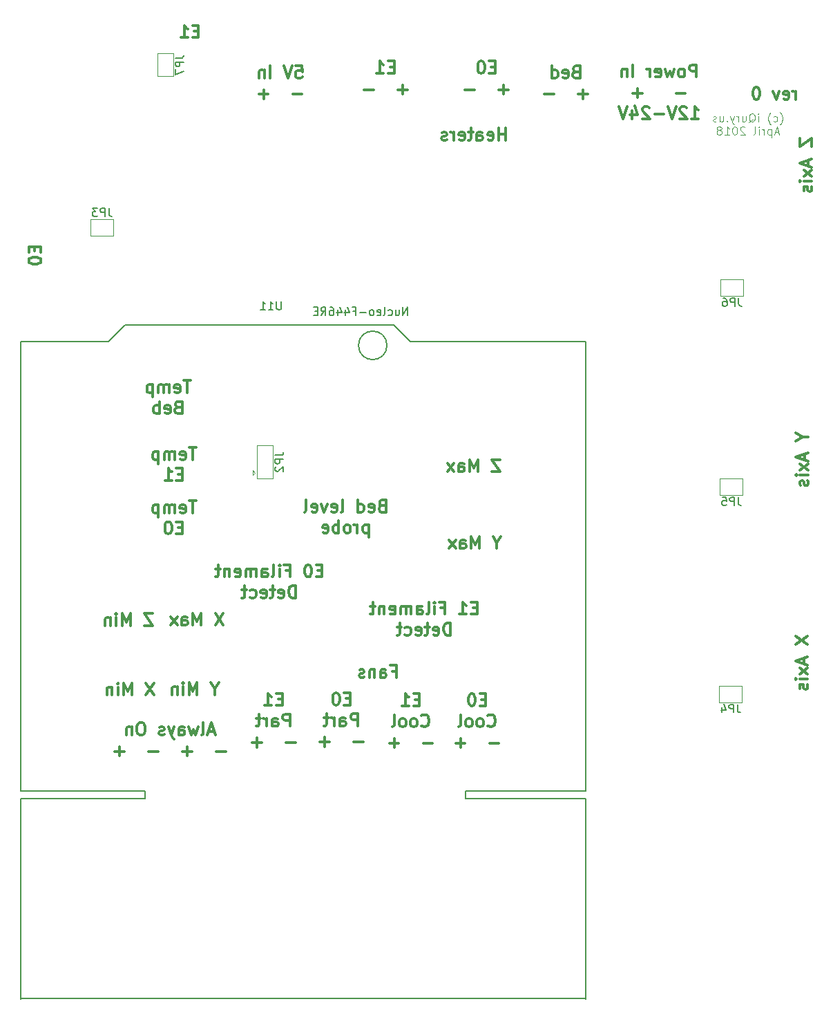
<source format=gbo>
%TF.GenerationSoftware,KiCad,Pcbnew,5.0.0-rc2-dev-unknown-bf135b0~64~ubuntu18.04.1*%
%TF.CreationDate,2018-05-03T23:22:02-07:00*%
%TF.ProjectId,PrntrBoardV1,50726E7472426F61726456312E6B6963,rev?*%
%TF.SameCoordinates,Original*%
%TF.FileFunction,Legend,Bot*%
%TF.FilePolarity,Positive*%
%FSLAX46Y46*%
G04 Gerber Fmt 4.6, Leading zero omitted, Abs format (unit mm)*
G04 Created by KiCad (PCBNEW 5.0.0-rc2-dev-unknown-bf135b0~64~ubuntu18.04.1) date Thu May  3 23:22:02 2018*
%MOMM*%
%LPD*%
G01*
G04 APERTURE LIST*
%ADD10C,0.150000*%
%ADD11C,0.300000*%
%ADD12C,0.100000*%
%ADD13C,0.120000*%
G04 APERTURE END LIST*
D10*
X67841095Y-57221380D02*
X67841095Y-56221380D01*
X67269666Y-57221380D01*
X67269666Y-56221380D01*
X66364904Y-56554714D02*
X66364904Y-57221380D01*
X66793476Y-56554714D02*
X66793476Y-57078523D01*
X66745857Y-57173761D01*
X66650619Y-57221380D01*
X66507761Y-57221380D01*
X66412523Y-57173761D01*
X66364904Y-57126142D01*
X65460142Y-57173761D02*
X65555380Y-57221380D01*
X65745857Y-57221380D01*
X65841095Y-57173761D01*
X65888714Y-57126142D01*
X65936333Y-57030904D01*
X65936333Y-56745190D01*
X65888714Y-56649952D01*
X65841095Y-56602333D01*
X65745857Y-56554714D01*
X65555380Y-56554714D01*
X65460142Y-56602333D01*
X64888714Y-57221380D02*
X64983952Y-57173761D01*
X65031571Y-57078523D01*
X65031571Y-56221380D01*
X64126809Y-57173761D02*
X64222047Y-57221380D01*
X64412523Y-57221380D01*
X64507761Y-57173761D01*
X64555380Y-57078523D01*
X64555380Y-56697571D01*
X64507761Y-56602333D01*
X64412523Y-56554714D01*
X64222047Y-56554714D01*
X64126809Y-56602333D01*
X64079190Y-56697571D01*
X64079190Y-56792809D01*
X64555380Y-56888047D01*
X63507761Y-57221380D02*
X63603000Y-57173761D01*
X63650619Y-57126142D01*
X63698238Y-57030904D01*
X63698238Y-56745190D01*
X63650619Y-56649952D01*
X63603000Y-56602333D01*
X63507761Y-56554714D01*
X63364904Y-56554714D01*
X63269666Y-56602333D01*
X63222047Y-56649952D01*
X63174428Y-56745190D01*
X63174428Y-57030904D01*
X63222047Y-57126142D01*
X63269666Y-57173761D01*
X63364904Y-57221380D01*
X63507761Y-57221380D01*
X62745857Y-56840428D02*
X61983952Y-56840428D01*
X61174428Y-56697571D02*
X61507761Y-56697571D01*
X61507761Y-57221380D02*
X61507761Y-56221380D01*
X61031571Y-56221380D01*
X60222047Y-56554714D02*
X60222047Y-57221380D01*
X60460142Y-56173761D02*
X60698238Y-56888047D01*
X60079190Y-56888047D01*
X59269666Y-56554714D02*
X59269666Y-57221380D01*
X59507761Y-56173761D02*
X59745857Y-56888047D01*
X59126809Y-56888047D01*
X58317285Y-56221380D02*
X58507761Y-56221380D01*
X58603000Y-56269000D01*
X58650619Y-56316619D01*
X58745857Y-56459476D01*
X58793476Y-56649952D01*
X58793476Y-57030904D01*
X58745857Y-57126142D01*
X58698238Y-57173761D01*
X58603000Y-57221380D01*
X58412523Y-57221380D01*
X58317285Y-57173761D01*
X58269666Y-57126142D01*
X58222047Y-57030904D01*
X58222047Y-56792809D01*
X58269666Y-56697571D01*
X58317285Y-56649952D01*
X58412523Y-56602333D01*
X58603000Y-56602333D01*
X58698238Y-56649952D01*
X58745857Y-56697571D01*
X58793476Y-56792809D01*
X57222047Y-57221380D02*
X57555380Y-56745190D01*
X57793476Y-57221380D02*
X57793476Y-56221380D01*
X57412523Y-56221380D01*
X57317285Y-56269000D01*
X57269666Y-56316619D01*
X57222047Y-56411857D01*
X57222047Y-56554714D01*
X57269666Y-56649952D01*
X57317285Y-56697571D01*
X57412523Y-56745190D01*
X57793476Y-56745190D01*
X56793476Y-56697571D02*
X56460142Y-56697571D01*
X56317285Y-57221380D02*
X56793476Y-57221380D01*
X56793476Y-56221380D01*
X56317285Y-56221380D01*
D11*
X115446642Y-30777571D02*
X115446642Y-29777571D01*
X115446642Y-30063285D02*
X115375214Y-29920428D01*
X115303785Y-29849000D01*
X115160928Y-29777571D01*
X115018071Y-29777571D01*
X113946642Y-30706142D02*
X114089500Y-30777571D01*
X114375214Y-30777571D01*
X114518071Y-30706142D01*
X114589500Y-30563285D01*
X114589500Y-29991857D01*
X114518071Y-29849000D01*
X114375214Y-29777571D01*
X114089500Y-29777571D01*
X113946642Y-29849000D01*
X113875214Y-29991857D01*
X113875214Y-30134714D01*
X114589500Y-30277571D01*
X113375214Y-29777571D02*
X113018071Y-30777571D01*
X112660928Y-29777571D01*
X110660928Y-29277571D02*
X110518071Y-29277571D01*
X110375214Y-29349000D01*
X110303785Y-29420428D01*
X110232357Y-29563285D01*
X110160928Y-29849000D01*
X110160928Y-30206142D01*
X110232357Y-30491857D01*
X110303785Y-30634714D01*
X110375214Y-30706142D01*
X110518071Y-30777571D01*
X110660928Y-30777571D01*
X110803785Y-30706142D01*
X110875214Y-30634714D01*
X110946642Y-30491857D01*
X111018071Y-30206142D01*
X111018071Y-29849000D01*
X110946642Y-29563285D01*
X110875214Y-29420428D01*
X110803785Y-29349000D01*
X110660928Y-29277571D01*
D12*
X113489880Y-33878833D02*
X113537500Y-33831214D01*
X113632738Y-33688357D01*
X113680357Y-33593119D01*
X113727976Y-33450261D01*
X113775595Y-33212166D01*
X113775595Y-33021690D01*
X113727976Y-32783595D01*
X113680357Y-32640738D01*
X113632738Y-32545500D01*
X113537500Y-32402642D01*
X113489880Y-32355023D01*
X112680357Y-33450261D02*
X112775595Y-33497880D01*
X112966071Y-33497880D01*
X113061309Y-33450261D01*
X113108928Y-33402642D01*
X113156547Y-33307404D01*
X113156547Y-33021690D01*
X113108928Y-32926452D01*
X113061309Y-32878833D01*
X112966071Y-32831214D01*
X112775595Y-32831214D01*
X112680357Y-32878833D01*
X112347023Y-33878833D02*
X112299404Y-33831214D01*
X112204166Y-33688357D01*
X112156547Y-33593119D01*
X112108928Y-33450261D01*
X112061309Y-33212166D01*
X112061309Y-33021690D01*
X112108928Y-32783595D01*
X112156547Y-32640738D01*
X112204166Y-32545500D01*
X112299404Y-32402642D01*
X112347023Y-32355023D01*
X110823214Y-33497880D02*
X110823214Y-32831214D01*
X110823214Y-32497880D02*
X110870833Y-32545500D01*
X110823214Y-32593119D01*
X110775595Y-32545500D01*
X110823214Y-32497880D01*
X110823214Y-32593119D01*
X109680357Y-33593119D02*
X109775595Y-33545500D01*
X109870833Y-33450261D01*
X110013690Y-33307404D01*
X110108928Y-33259785D01*
X110204166Y-33259785D01*
X110156547Y-33497880D02*
X110251785Y-33450261D01*
X110347023Y-33355023D01*
X110394642Y-33164547D01*
X110394642Y-32831214D01*
X110347023Y-32640738D01*
X110251785Y-32545500D01*
X110156547Y-32497880D01*
X109966071Y-32497880D01*
X109870833Y-32545500D01*
X109775595Y-32640738D01*
X109727976Y-32831214D01*
X109727976Y-33164547D01*
X109775595Y-33355023D01*
X109870833Y-33450261D01*
X109966071Y-33497880D01*
X110156547Y-33497880D01*
X108870833Y-32831214D02*
X108870833Y-33497880D01*
X109299404Y-32831214D02*
X109299404Y-33355023D01*
X109251785Y-33450261D01*
X109156547Y-33497880D01*
X109013690Y-33497880D01*
X108918452Y-33450261D01*
X108870833Y-33402642D01*
X108394642Y-33497880D02*
X108394642Y-32831214D01*
X108394642Y-33021690D02*
X108347023Y-32926452D01*
X108299404Y-32878833D01*
X108204166Y-32831214D01*
X108108928Y-32831214D01*
X107870833Y-32831214D02*
X107632738Y-33497880D01*
X107394642Y-32831214D02*
X107632738Y-33497880D01*
X107727976Y-33735976D01*
X107775595Y-33783595D01*
X107870833Y-33831214D01*
X107013690Y-33402642D02*
X106966071Y-33450261D01*
X107013690Y-33497880D01*
X107061309Y-33450261D01*
X107013690Y-33402642D01*
X107013690Y-33497880D01*
X106108928Y-32831214D02*
X106108928Y-33497880D01*
X106537500Y-32831214D02*
X106537500Y-33355023D01*
X106489880Y-33450261D01*
X106394642Y-33497880D01*
X106251785Y-33497880D01*
X106156547Y-33450261D01*
X106108928Y-33402642D01*
X105680357Y-33450261D02*
X105585119Y-33497880D01*
X105394642Y-33497880D01*
X105299404Y-33450261D01*
X105251785Y-33355023D01*
X105251785Y-33307404D01*
X105299404Y-33212166D01*
X105394642Y-33164547D01*
X105537500Y-33164547D01*
X105632738Y-33116928D01*
X105680357Y-33021690D01*
X105680357Y-32974071D01*
X105632738Y-32878833D01*
X105537500Y-32831214D01*
X105394642Y-32831214D01*
X105299404Y-32878833D01*
X113323214Y-34812166D02*
X112847023Y-34812166D01*
X113418452Y-35097880D02*
X113085119Y-34097880D01*
X112751785Y-35097880D01*
X112418452Y-34431214D02*
X112418452Y-35431214D01*
X112418452Y-34478833D02*
X112323214Y-34431214D01*
X112132738Y-34431214D01*
X112037500Y-34478833D01*
X111989880Y-34526452D01*
X111942261Y-34621690D01*
X111942261Y-34907404D01*
X111989880Y-35002642D01*
X112037500Y-35050261D01*
X112132738Y-35097880D01*
X112323214Y-35097880D01*
X112418452Y-35050261D01*
X111513690Y-35097880D02*
X111513690Y-34431214D01*
X111513690Y-34621690D02*
X111466071Y-34526452D01*
X111418452Y-34478833D01*
X111323214Y-34431214D01*
X111227976Y-34431214D01*
X110894642Y-35097880D02*
X110894642Y-34431214D01*
X110894642Y-34097880D02*
X110942261Y-34145500D01*
X110894642Y-34193119D01*
X110847023Y-34145500D01*
X110894642Y-34097880D01*
X110894642Y-34193119D01*
X110275595Y-35097880D02*
X110370833Y-35050261D01*
X110418452Y-34955023D01*
X110418452Y-34097880D01*
X109180357Y-34193119D02*
X109132738Y-34145500D01*
X109037500Y-34097880D01*
X108799404Y-34097880D01*
X108704166Y-34145500D01*
X108656547Y-34193119D01*
X108608928Y-34288357D01*
X108608928Y-34383595D01*
X108656547Y-34526452D01*
X109227976Y-35097880D01*
X108608928Y-35097880D01*
X107989880Y-34097880D02*
X107894642Y-34097880D01*
X107799404Y-34145500D01*
X107751785Y-34193119D01*
X107704166Y-34288357D01*
X107656547Y-34478833D01*
X107656547Y-34716928D01*
X107704166Y-34907404D01*
X107751785Y-35002642D01*
X107799404Y-35050261D01*
X107894642Y-35097880D01*
X107989880Y-35097880D01*
X108085119Y-35050261D01*
X108132738Y-35002642D01*
X108180357Y-34907404D01*
X108227976Y-34716928D01*
X108227976Y-34478833D01*
X108180357Y-34288357D01*
X108132738Y-34193119D01*
X108085119Y-34145500D01*
X107989880Y-34097880D01*
X106704166Y-35097880D02*
X107275595Y-35097880D01*
X106989880Y-35097880D02*
X106989880Y-34097880D01*
X107085119Y-34240738D01*
X107180357Y-34335976D01*
X107275595Y-34383595D01*
X106132738Y-34526452D02*
X106227976Y-34478833D01*
X106275595Y-34431214D01*
X106323214Y-34335976D01*
X106323214Y-34288357D01*
X106275595Y-34193119D01*
X106227976Y-34145500D01*
X106132738Y-34097880D01*
X105942261Y-34097880D01*
X105847023Y-34145500D01*
X105799404Y-34193119D01*
X105751785Y-34288357D01*
X105751785Y-34335976D01*
X105799404Y-34431214D01*
X105847023Y-34478833D01*
X105942261Y-34526452D01*
X106132738Y-34526452D01*
X106227976Y-34574071D01*
X106275595Y-34621690D01*
X106323214Y-34716928D01*
X106323214Y-34907404D01*
X106275595Y-35002642D01*
X106227976Y-35050261D01*
X106132738Y-35097880D01*
X105942261Y-35097880D01*
X105847023Y-35050261D01*
X105799404Y-35002642D01*
X105751785Y-34907404D01*
X105751785Y-34716928D01*
X105799404Y-34621690D01*
X105847023Y-34574071D01*
X105942261Y-34526452D01*
D11*
X64690071Y-80532857D02*
X64475785Y-80604285D01*
X64404357Y-80675714D01*
X64332928Y-80818571D01*
X64332928Y-81032857D01*
X64404357Y-81175714D01*
X64475785Y-81247142D01*
X64618642Y-81318571D01*
X65190071Y-81318571D01*
X65190071Y-79818571D01*
X64690071Y-79818571D01*
X64547214Y-79890000D01*
X64475785Y-79961428D01*
X64404357Y-80104285D01*
X64404357Y-80247142D01*
X64475785Y-80390000D01*
X64547214Y-80461428D01*
X64690071Y-80532857D01*
X65190071Y-80532857D01*
X63118642Y-81247142D02*
X63261500Y-81318571D01*
X63547214Y-81318571D01*
X63690071Y-81247142D01*
X63761500Y-81104285D01*
X63761500Y-80532857D01*
X63690071Y-80390000D01*
X63547214Y-80318571D01*
X63261500Y-80318571D01*
X63118642Y-80390000D01*
X63047214Y-80532857D01*
X63047214Y-80675714D01*
X63761500Y-80818571D01*
X61761500Y-81318571D02*
X61761500Y-79818571D01*
X61761500Y-81247142D02*
X61904357Y-81318571D01*
X62190071Y-81318571D01*
X62332928Y-81247142D01*
X62404357Y-81175714D01*
X62475785Y-81032857D01*
X62475785Y-80604285D01*
X62404357Y-80461428D01*
X62332928Y-80390000D01*
X62190071Y-80318571D01*
X61904357Y-80318571D01*
X61761500Y-80390000D01*
X59690071Y-81318571D02*
X59832928Y-81247142D01*
X59904357Y-81104285D01*
X59904357Y-79818571D01*
X58547214Y-81247142D02*
X58690071Y-81318571D01*
X58975785Y-81318571D01*
X59118642Y-81247142D01*
X59190071Y-81104285D01*
X59190071Y-80532857D01*
X59118642Y-80390000D01*
X58975785Y-80318571D01*
X58690071Y-80318571D01*
X58547214Y-80390000D01*
X58475785Y-80532857D01*
X58475785Y-80675714D01*
X59190071Y-80818571D01*
X57975785Y-80318571D02*
X57618642Y-81318571D01*
X57261500Y-80318571D01*
X56118642Y-81247142D02*
X56261500Y-81318571D01*
X56547214Y-81318571D01*
X56690071Y-81247142D01*
X56761500Y-81104285D01*
X56761500Y-80532857D01*
X56690071Y-80390000D01*
X56547214Y-80318571D01*
X56261500Y-80318571D01*
X56118642Y-80390000D01*
X56047214Y-80532857D01*
X56047214Y-80675714D01*
X56761500Y-80818571D01*
X55190071Y-81318571D02*
X55332928Y-81247142D01*
X55404357Y-81104285D01*
X55404357Y-79818571D01*
X63047214Y-82868571D02*
X63047214Y-84368571D01*
X63047214Y-82940000D02*
X62904357Y-82868571D01*
X62618642Y-82868571D01*
X62475785Y-82940000D01*
X62404357Y-83011428D01*
X62332928Y-83154285D01*
X62332928Y-83582857D01*
X62404357Y-83725714D01*
X62475785Y-83797142D01*
X62618642Y-83868571D01*
X62904357Y-83868571D01*
X63047214Y-83797142D01*
X61690071Y-83868571D02*
X61690071Y-82868571D01*
X61690071Y-83154285D02*
X61618642Y-83011428D01*
X61547214Y-82940000D01*
X61404357Y-82868571D01*
X61261500Y-82868571D01*
X60547214Y-83868571D02*
X60690071Y-83797142D01*
X60761500Y-83725714D01*
X60832928Y-83582857D01*
X60832928Y-83154285D01*
X60761500Y-83011428D01*
X60690071Y-82940000D01*
X60547214Y-82868571D01*
X60332928Y-82868571D01*
X60190071Y-82940000D01*
X60118642Y-83011428D01*
X60047214Y-83154285D01*
X60047214Y-83582857D01*
X60118642Y-83725714D01*
X60190071Y-83797142D01*
X60332928Y-83868571D01*
X60547214Y-83868571D01*
X59404357Y-83868571D02*
X59404357Y-82368571D01*
X59404357Y-82940000D02*
X59261500Y-82868571D01*
X58975785Y-82868571D01*
X58832928Y-82940000D01*
X58761500Y-83011428D01*
X58690071Y-83154285D01*
X58690071Y-83582857D01*
X58761500Y-83725714D01*
X58832928Y-83797142D01*
X58975785Y-83868571D01*
X59261500Y-83868571D01*
X59404357Y-83797142D01*
X57475785Y-83797142D02*
X57618642Y-83868571D01*
X57904357Y-83868571D01*
X58047214Y-83797142D01*
X58118642Y-83654285D01*
X58118642Y-83082857D01*
X58047214Y-82940000D01*
X57904357Y-82868571D01*
X57618642Y-82868571D01*
X57475785Y-82940000D01*
X57404357Y-83082857D01*
X57404357Y-83225714D01*
X58118642Y-83368571D01*
X41929500Y-79945571D02*
X41072357Y-79945571D01*
X41500928Y-81445571D02*
X41500928Y-79945571D01*
X40000928Y-81374142D02*
X40143785Y-81445571D01*
X40429500Y-81445571D01*
X40572357Y-81374142D01*
X40643785Y-81231285D01*
X40643785Y-80659857D01*
X40572357Y-80517000D01*
X40429500Y-80445571D01*
X40143785Y-80445571D01*
X40000928Y-80517000D01*
X39929500Y-80659857D01*
X39929500Y-80802714D01*
X40643785Y-80945571D01*
X39286642Y-81445571D02*
X39286642Y-80445571D01*
X39286642Y-80588428D02*
X39215214Y-80517000D01*
X39072357Y-80445571D01*
X38858071Y-80445571D01*
X38715214Y-80517000D01*
X38643785Y-80659857D01*
X38643785Y-81445571D01*
X38643785Y-80659857D02*
X38572357Y-80517000D01*
X38429500Y-80445571D01*
X38215214Y-80445571D01*
X38072357Y-80517000D01*
X38000928Y-80659857D01*
X38000928Y-81445571D01*
X37286642Y-80445571D02*
X37286642Y-81945571D01*
X37286642Y-80517000D02*
X37143785Y-80445571D01*
X36858071Y-80445571D01*
X36715214Y-80517000D01*
X36643785Y-80588428D01*
X36572357Y-80731285D01*
X36572357Y-81159857D01*
X36643785Y-81302714D01*
X36715214Y-81374142D01*
X36858071Y-81445571D01*
X37143785Y-81445571D01*
X37286642Y-81374142D01*
X40215214Y-83209857D02*
X39715214Y-83209857D01*
X39500928Y-83995571D02*
X40215214Y-83995571D01*
X40215214Y-82495571D01*
X39500928Y-82495571D01*
X38572357Y-82495571D02*
X38429500Y-82495571D01*
X38286642Y-82567000D01*
X38215214Y-82638428D01*
X38143785Y-82781285D01*
X38072357Y-83067000D01*
X38072357Y-83424142D01*
X38143785Y-83709857D01*
X38215214Y-83852714D01*
X38286642Y-83924142D01*
X38429500Y-83995571D01*
X38572357Y-83995571D01*
X38715214Y-83924142D01*
X38786642Y-83852714D01*
X38858071Y-83709857D01*
X38929500Y-83424142D01*
X38929500Y-83067000D01*
X38858071Y-82781285D01*
X38786642Y-82638428D01*
X38715214Y-82567000D01*
X38572357Y-82495571D01*
X41929500Y-73405071D02*
X41072357Y-73405071D01*
X41500928Y-74905071D02*
X41500928Y-73405071D01*
X40000928Y-74833642D02*
X40143785Y-74905071D01*
X40429500Y-74905071D01*
X40572357Y-74833642D01*
X40643785Y-74690785D01*
X40643785Y-74119357D01*
X40572357Y-73976500D01*
X40429500Y-73905071D01*
X40143785Y-73905071D01*
X40000928Y-73976500D01*
X39929500Y-74119357D01*
X39929500Y-74262214D01*
X40643785Y-74405071D01*
X39286642Y-74905071D02*
X39286642Y-73905071D01*
X39286642Y-74047928D02*
X39215214Y-73976500D01*
X39072357Y-73905071D01*
X38858071Y-73905071D01*
X38715214Y-73976500D01*
X38643785Y-74119357D01*
X38643785Y-74905071D01*
X38643785Y-74119357D02*
X38572357Y-73976500D01*
X38429500Y-73905071D01*
X38215214Y-73905071D01*
X38072357Y-73976500D01*
X38000928Y-74119357D01*
X38000928Y-74905071D01*
X37286642Y-73905071D02*
X37286642Y-75405071D01*
X37286642Y-73976500D02*
X37143785Y-73905071D01*
X36858071Y-73905071D01*
X36715214Y-73976500D01*
X36643785Y-74047928D01*
X36572357Y-74190785D01*
X36572357Y-74619357D01*
X36643785Y-74762214D01*
X36715214Y-74833642D01*
X36858071Y-74905071D01*
X37143785Y-74905071D01*
X37286642Y-74833642D01*
X40215214Y-76669357D02*
X39715214Y-76669357D01*
X39500928Y-77455071D02*
X40215214Y-77455071D01*
X40215214Y-75955071D01*
X39500928Y-75955071D01*
X38072357Y-77455071D02*
X38929500Y-77455071D01*
X38500928Y-77455071D02*
X38500928Y-75955071D01*
X38643785Y-76169357D01*
X38786642Y-76312214D01*
X38929500Y-76383642D01*
X41231000Y-65213571D02*
X40373857Y-65213571D01*
X40802428Y-66713571D02*
X40802428Y-65213571D01*
X39302428Y-66642142D02*
X39445285Y-66713571D01*
X39731000Y-66713571D01*
X39873857Y-66642142D01*
X39945285Y-66499285D01*
X39945285Y-65927857D01*
X39873857Y-65785000D01*
X39731000Y-65713571D01*
X39445285Y-65713571D01*
X39302428Y-65785000D01*
X39231000Y-65927857D01*
X39231000Y-66070714D01*
X39945285Y-66213571D01*
X38588142Y-66713571D02*
X38588142Y-65713571D01*
X38588142Y-65856428D02*
X38516714Y-65785000D01*
X38373857Y-65713571D01*
X38159571Y-65713571D01*
X38016714Y-65785000D01*
X37945285Y-65927857D01*
X37945285Y-66713571D01*
X37945285Y-65927857D02*
X37873857Y-65785000D01*
X37731000Y-65713571D01*
X37516714Y-65713571D01*
X37373857Y-65785000D01*
X37302428Y-65927857D01*
X37302428Y-66713571D01*
X36588142Y-65713571D02*
X36588142Y-67213571D01*
X36588142Y-65785000D02*
X36445285Y-65713571D01*
X36159571Y-65713571D01*
X36016714Y-65785000D01*
X35945285Y-65856428D01*
X35873857Y-65999285D01*
X35873857Y-66427857D01*
X35945285Y-66570714D01*
X36016714Y-66642142D01*
X36159571Y-66713571D01*
X36445285Y-66713571D01*
X36588142Y-66642142D01*
X39695285Y-68477857D02*
X39481000Y-68549285D01*
X39409571Y-68620714D01*
X39338142Y-68763571D01*
X39338142Y-68977857D01*
X39409571Y-69120714D01*
X39481000Y-69192142D01*
X39623857Y-69263571D01*
X40195285Y-69263571D01*
X40195285Y-67763571D01*
X39695285Y-67763571D01*
X39552428Y-67835000D01*
X39481000Y-67906428D01*
X39409571Y-68049285D01*
X39409571Y-68192142D01*
X39481000Y-68335000D01*
X39552428Y-68406428D01*
X39695285Y-68477857D01*
X40195285Y-68477857D01*
X38123857Y-69192142D02*
X38266714Y-69263571D01*
X38552428Y-69263571D01*
X38695285Y-69192142D01*
X38766714Y-69049285D01*
X38766714Y-68477857D01*
X38695285Y-68335000D01*
X38552428Y-68263571D01*
X38266714Y-68263571D01*
X38123857Y-68335000D01*
X38052428Y-68477857D01*
X38052428Y-68620714D01*
X38766714Y-68763571D01*
X37409571Y-69263571D02*
X37409571Y-67763571D01*
X37409571Y-68335000D02*
X37266714Y-68263571D01*
X36981000Y-68263571D01*
X36838142Y-68335000D01*
X36766714Y-68406428D01*
X36695285Y-68549285D01*
X36695285Y-68977857D01*
X36766714Y-69120714D01*
X36838142Y-69192142D01*
X36981000Y-69263571D01*
X37266714Y-69263571D01*
X37409571Y-69192142D01*
X76342071Y-93042357D02*
X75842071Y-93042357D01*
X75627785Y-93828071D02*
X76342071Y-93828071D01*
X76342071Y-92328071D01*
X75627785Y-92328071D01*
X74199214Y-93828071D02*
X75056357Y-93828071D01*
X74627785Y-93828071D02*
X74627785Y-92328071D01*
X74770642Y-92542357D01*
X74913500Y-92685214D01*
X75056357Y-92756642D01*
X71913500Y-93042357D02*
X72413500Y-93042357D01*
X72413500Y-93828071D02*
X72413500Y-92328071D01*
X71699214Y-92328071D01*
X71127785Y-93828071D02*
X71127785Y-92828071D01*
X71127785Y-92328071D02*
X71199214Y-92399500D01*
X71127785Y-92470928D01*
X71056357Y-92399500D01*
X71127785Y-92328071D01*
X71127785Y-92470928D01*
X70199214Y-93828071D02*
X70342071Y-93756642D01*
X70413500Y-93613785D01*
X70413500Y-92328071D01*
X68984928Y-93828071D02*
X68984928Y-93042357D01*
X69056357Y-92899500D01*
X69199214Y-92828071D01*
X69484928Y-92828071D01*
X69627785Y-92899500D01*
X68984928Y-93756642D02*
X69127785Y-93828071D01*
X69484928Y-93828071D01*
X69627785Y-93756642D01*
X69699214Y-93613785D01*
X69699214Y-93470928D01*
X69627785Y-93328071D01*
X69484928Y-93256642D01*
X69127785Y-93256642D01*
X68984928Y-93185214D01*
X68270642Y-93828071D02*
X68270642Y-92828071D01*
X68270642Y-92970928D02*
X68199214Y-92899500D01*
X68056357Y-92828071D01*
X67842071Y-92828071D01*
X67699214Y-92899500D01*
X67627785Y-93042357D01*
X67627785Y-93828071D01*
X67627785Y-93042357D02*
X67556357Y-92899500D01*
X67413500Y-92828071D01*
X67199214Y-92828071D01*
X67056357Y-92899500D01*
X66984928Y-93042357D01*
X66984928Y-93828071D01*
X65699214Y-93756642D02*
X65842071Y-93828071D01*
X66127785Y-93828071D01*
X66270642Y-93756642D01*
X66342071Y-93613785D01*
X66342071Y-93042357D01*
X66270642Y-92899500D01*
X66127785Y-92828071D01*
X65842071Y-92828071D01*
X65699214Y-92899500D01*
X65627785Y-93042357D01*
X65627785Y-93185214D01*
X66342071Y-93328071D01*
X64984928Y-92828071D02*
X64984928Y-93828071D01*
X64984928Y-92970928D02*
X64913500Y-92899500D01*
X64770642Y-92828071D01*
X64556357Y-92828071D01*
X64413500Y-92899500D01*
X64342071Y-93042357D01*
X64342071Y-93828071D01*
X63842071Y-92828071D02*
X63270642Y-92828071D01*
X63627785Y-92328071D02*
X63627785Y-93613785D01*
X63556357Y-93756642D01*
X63413500Y-93828071D01*
X63270642Y-93828071D01*
X73092071Y-96378071D02*
X73092071Y-94878071D01*
X72734928Y-94878071D01*
X72520642Y-94949500D01*
X72377785Y-95092357D01*
X72306357Y-95235214D01*
X72234928Y-95520928D01*
X72234928Y-95735214D01*
X72306357Y-96020928D01*
X72377785Y-96163785D01*
X72520642Y-96306642D01*
X72734928Y-96378071D01*
X73092071Y-96378071D01*
X71020642Y-96306642D02*
X71163500Y-96378071D01*
X71449214Y-96378071D01*
X71592071Y-96306642D01*
X71663500Y-96163785D01*
X71663500Y-95592357D01*
X71592071Y-95449500D01*
X71449214Y-95378071D01*
X71163500Y-95378071D01*
X71020642Y-95449500D01*
X70949214Y-95592357D01*
X70949214Y-95735214D01*
X71663500Y-95878071D01*
X70520642Y-95378071D02*
X69949214Y-95378071D01*
X70306357Y-94878071D02*
X70306357Y-96163785D01*
X70234928Y-96306642D01*
X70092071Y-96378071D01*
X69949214Y-96378071D01*
X68877785Y-96306642D02*
X69020642Y-96378071D01*
X69306357Y-96378071D01*
X69449214Y-96306642D01*
X69520642Y-96163785D01*
X69520642Y-95592357D01*
X69449214Y-95449500D01*
X69306357Y-95378071D01*
X69020642Y-95378071D01*
X68877785Y-95449500D01*
X68806357Y-95592357D01*
X68806357Y-95735214D01*
X69520642Y-95878071D01*
X67520642Y-96306642D02*
X67663500Y-96378071D01*
X67949214Y-96378071D01*
X68092071Y-96306642D01*
X68163500Y-96235214D01*
X68234928Y-96092357D01*
X68234928Y-95663785D01*
X68163500Y-95520928D01*
X68092071Y-95449500D01*
X67949214Y-95378071D01*
X67663500Y-95378071D01*
X67520642Y-95449500D01*
X67092071Y-95378071D02*
X66520642Y-95378071D01*
X66877785Y-94878071D02*
X66877785Y-96163785D01*
X66806357Y-96306642D01*
X66663500Y-96378071D01*
X66520642Y-96378071D01*
X78787285Y-85054285D02*
X78787285Y-85768571D01*
X79287285Y-84268571D02*
X78787285Y-85054285D01*
X78287285Y-84268571D01*
X76644428Y-85768571D02*
X76644428Y-84268571D01*
X76144428Y-85340000D01*
X75644428Y-84268571D01*
X75644428Y-85768571D01*
X74287285Y-85768571D02*
X74287285Y-84982857D01*
X74358714Y-84840000D01*
X74501571Y-84768571D01*
X74787285Y-84768571D01*
X74930142Y-84840000D01*
X74287285Y-85697142D02*
X74430142Y-85768571D01*
X74787285Y-85768571D01*
X74930142Y-85697142D01*
X75001571Y-85554285D01*
X75001571Y-85411428D01*
X74930142Y-85268571D01*
X74787285Y-85197142D01*
X74430142Y-85197142D01*
X74287285Y-85125714D01*
X73715857Y-85768571D02*
X72930142Y-84768571D01*
X73715857Y-84768571D02*
X72930142Y-85768571D01*
X79160285Y-74870571D02*
X78160285Y-74870571D01*
X79160285Y-76370571D01*
X78160285Y-76370571D01*
X76446000Y-76370571D02*
X76446000Y-74870571D01*
X75946000Y-75942000D01*
X75446000Y-74870571D01*
X75446000Y-76370571D01*
X74088857Y-76370571D02*
X74088857Y-75584857D01*
X74160285Y-75442000D01*
X74303142Y-75370571D01*
X74588857Y-75370571D01*
X74731714Y-75442000D01*
X74088857Y-76299142D02*
X74231714Y-76370571D01*
X74588857Y-76370571D01*
X74731714Y-76299142D01*
X74803142Y-76156285D01*
X74803142Y-76013428D01*
X74731714Y-75870571D01*
X74588857Y-75799142D01*
X74231714Y-75799142D01*
X74088857Y-75727714D01*
X73517428Y-76370571D02*
X72731714Y-75370571D01*
X73517428Y-75370571D02*
X72731714Y-76370571D01*
X57355571Y-88470357D02*
X56855571Y-88470357D01*
X56641285Y-89256071D02*
X57355571Y-89256071D01*
X57355571Y-87756071D01*
X56641285Y-87756071D01*
X55712714Y-87756071D02*
X55569857Y-87756071D01*
X55427000Y-87827500D01*
X55355571Y-87898928D01*
X55284142Y-88041785D01*
X55212714Y-88327500D01*
X55212714Y-88684642D01*
X55284142Y-88970357D01*
X55355571Y-89113214D01*
X55427000Y-89184642D01*
X55569857Y-89256071D01*
X55712714Y-89256071D01*
X55855571Y-89184642D01*
X55927000Y-89113214D01*
X55998428Y-88970357D01*
X56069857Y-88684642D01*
X56069857Y-88327500D01*
X55998428Y-88041785D01*
X55927000Y-87898928D01*
X55855571Y-87827500D01*
X55712714Y-87756071D01*
X52927000Y-88470357D02*
X53427000Y-88470357D01*
X53427000Y-89256071D02*
X53427000Y-87756071D01*
X52712714Y-87756071D01*
X52141285Y-89256071D02*
X52141285Y-88256071D01*
X52141285Y-87756071D02*
X52212714Y-87827500D01*
X52141285Y-87898928D01*
X52069857Y-87827500D01*
X52141285Y-87756071D01*
X52141285Y-87898928D01*
X51212714Y-89256071D02*
X51355571Y-89184642D01*
X51427000Y-89041785D01*
X51427000Y-87756071D01*
X49998428Y-89256071D02*
X49998428Y-88470357D01*
X50069857Y-88327500D01*
X50212714Y-88256071D01*
X50498428Y-88256071D01*
X50641285Y-88327500D01*
X49998428Y-89184642D02*
X50141285Y-89256071D01*
X50498428Y-89256071D01*
X50641285Y-89184642D01*
X50712714Y-89041785D01*
X50712714Y-88898928D01*
X50641285Y-88756071D01*
X50498428Y-88684642D01*
X50141285Y-88684642D01*
X49998428Y-88613214D01*
X49284142Y-89256071D02*
X49284142Y-88256071D01*
X49284142Y-88398928D02*
X49212714Y-88327500D01*
X49069857Y-88256071D01*
X48855571Y-88256071D01*
X48712714Y-88327500D01*
X48641285Y-88470357D01*
X48641285Y-89256071D01*
X48641285Y-88470357D02*
X48569857Y-88327500D01*
X48427000Y-88256071D01*
X48212714Y-88256071D01*
X48069857Y-88327500D01*
X47998428Y-88470357D01*
X47998428Y-89256071D01*
X46712714Y-89184642D02*
X46855571Y-89256071D01*
X47141285Y-89256071D01*
X47284142Y-89184642D01*
X47355571Y-89041785D01*
X47355571Y-88470357D01*
X47284142Y-88327500D01*
X47141285Y-88256071D01*
X46855571Y-88256071D01*
X46712714Y-88327500D01*
X46641285Y-88470357D01*
X46641285Y-88613214D01*
X47355571Y-88756071D01*
X45998428Y-88256071D02*
X45998428Y-89256071D01*
X45998428Y-88398928D02*
X45927000Y-88327500D01*
X45784142Y-88256071D01*
X45569857Y-88256071D01*
X45427000Y-88327500D01*
X45355571Y-88470357D01*
X45355571Y-89256071D01*
X44855571Y-88256071D02*
X44284142Y-88256071D01*
X44641285Y-87756071D02*
X44641285Y-89041785D01*
X44569857Y-89184642D01*
X44427000Y-89256071D01*
X44284142Y-89256071D01*
X54105571Y-91806071D02*
X54105571Y-90306071D01*
X53748428Y-90306071D01*
X53534142Y-90377500D01*
X53391285Y-90520357D01*
X53319857Y-90663214D01*
X53248428Y-90948928D01*
X53248428Y-91163214D01*
X53319857Y-91448928D01*
X53391285Y-91591785D01*
X53534142Y-91734642D01*
X53748428Y-91806071D01*
X54105571Y-91806071D01*
X52034142Y-91734642D02*
X52177000Y-91806071D01*
X52462714Y-91806071D01*
X52605571Y-91734642D01*
X52677000Y-91591785D01*
X52677000Y-91020357D01*
X52605571Y-90877500D01*
X52462714Y-90806071D01*
X52177000Y-90806071D01*
X52034142Y-90877500D01*
X51962714Y-91020357D01*
X51962714Y-91163214D01*
X52677000Y-91306071D01*
X51534142Y-90806071D02*
X50962714Y-90806071D01*
X51319857Y-90306071D02*
X51319857Y-91591785D01*
X51248428Y-91734642D01*
X51105571Y-91806071D01*
X50962714Y-91806071D01*
X49891285Y-91734642D02*
X50034142Y-91806071D01*
X50319857Y-91806071D01*
X50462714Y-91734642D01*
X50534142Y-91591785D01*
X50534142Y-91020357D01*
X50462714Y-90877500D01*
X50319857Y-90806071D01*
X50034142Y-90806071D01*
X49891285Y-90877500D01*
X49819857Y-91020357D01*
X49819857Y-91163214D01*
X50534142Y-91306071D01*
X48534142Y-91734642D02*
X48677000Y-91806071D01*
X48962714Y-91806071D01*
X49105571Y-91734642D01*
X49177000Y-91663214D01*
X49248428Y-91520357D01*
X49248428Y-91091785D01*
X49177000Y-90948928D01*
X49105571Y-90877500D01*
X48962714Y-90806071D01*
X48677000Y-90806071D01*
X48534142Y-90877500D01*
X48105571Y-90806071D02*
X47534142Y-90806071D01*
X47891285Y-90306071D02*
X47891285Y-91591785D01*
X47819857Y-91734642D01*
X47677000Y-91806071D01*
X47534142Y-91806071D01*
X45251285Y-93666571D02*
X44251285Y-95166571D01*
X44251285Y-93666571D02*
X45251285Y-95166571D01*
X42537000Y-95166571D02*
X42537000Y-93666571D01*
X42037000Y-94738000D01*
X41537000Y-93666571D01*
X41537000Y-95166571D01*
X40179857Y-95166571D02*
X40179857Y-94380857D01*
X40251285Y-94238000D01*
X40394142Y-94166571D01*
X40679857Y-94166571D01*
X40822714Y-94238000D01*
X40179857Y-95095142D02*
X40322714Y-95166571D01*
X40679857Y-95166571D01*
X40822714Y-95095142D01*
X40894142Y-94952285D01*
X40894142Y-94809428D01*
X40822714Y-94666571D01*
X40679857Y-94595142D01*
X40322714Y-94595142D01*
X40179857Y-94523714D01*
X39608428Y-95166571D02*
X38822714Y-94166571D01*
X39608428Y-94166571D02*
X38822714Y-95166571D01*
X36555785Y-93730071D02*
X35555785Y-93730071D01*
X36555785Y-95230071D01*
X35555785Y-95230071D01*
X33841500Y-95230071D02*
X33841500Y-93730071D01*
X33341500Y-94801500D01*
X32841500Y-93730071D01*
X32841500Y-95230071D01*
X32127214Y-95230071D02*
X32127214Y-94230071D01*
X32127214Y-93730071D02*
X32198642Y-93801500D01*
X32127214Y-93872928D01*
X32055785Y-93801500D01*
X32127214Y-93730071D01*
X32127214Y-93872928D01*
X31412928Y-94230071D02*
X31412928Y-95230071D01*
X31412928Y-94372928D02*
X31341500Y-94301500D01*
X31198642Y-94230071D01*
X30984357Y-94230071D01*
X30841500Y-94301500D01*
X30770071Y-94444357D01*
X30770071Y-95230071D01*
X44183785Y-102961285D02*
X44183785Y-103675571D01*
X44683785Y-102175571D02*
X44183785Y-102961285D01*
X43683785Y-102175571D01*
X42040928Y-103675571D02*
X42040928Y-102175571D01*
X41540928Y-103247000D01*
X41040928Y-102175571D01*
X41040928Y-103675571D01*
X40326642Y-103675571D02*
X40326642Y-102675571D01*
X40326642Y-102175571D02*
X40398071Y-102247000D01*
X40326642Y-102318428D01*
X40255214Y-102247000D01*
X40326642Y-102175571D01*
X40326642Y-102318428D01*
X39612357Y-102675571D02*
X39612357Y-103675571D01*
X39612357Y-102818428D02*
X39540928Y-102747000D01*
X39398071Y-102675571D01*
X39183785Y-102675571D01*
X39040928Y-102747000D01*
X38969500Y-102889857D01*
X38969500Y-103675571D01*
X36746285Y-102239071D02*
X35746285Y-103739071D01*
X35746285Y-102239071D02*
X36746285Y-103739071D01*
X34032000Y-103739071D02*
X34032000Y-102239071D01*
X33532000Y-103310500D01*
X33032000Y-102239071D01*
X33032000Y-103739071D01*
X32317714Y-103739071D02*
X32317714Y-102739071D01*
X32317714Y-102239071D02*
X32389142Y-102310500D01*
X32317714Y-102381928D01*
X32246285Y-102310500D01*
X32317714Y-102239071D01*
X32317714Y-102381928D01*
X31603428Y-102739071D02*
X31603428Y-103739071D01*
X31603428Y-102881928D02*
X31532000Y-102810500D01*
X31389142Y-102739071D01*
X31174857Y-102739071D01*
X31032000Y-102810500D01*
X30960571Y-102953357D01*
X30960571Y-103739071D01*
X44163571Y-108195000D02*
X43449285Y-108195000D01*
X44306428Y-108623571D02*
X43806428Y-107123571D01*
X43306428Y-108623571D01*
X42592142Y-108623571D02*
X42735000Y-108552142D01*
X42806428Y-108409285D01*
X42806428Y-107123571D01*
X42163571Y-107623571D02*
X41877857Y-108623571D01*
X41592142Y-107909285D01*
X41306428Y-108623571D01*
X41020714Y-107623571D01*
X39806428Y-108623571D02*
X39806428Y-107837857D01*
X39877857Y-107695000D01*
X40020714Y-107623571D01*
X40306428Y-107623571D01*
X40449285Y-107695000D01*
X39806428Y-108552142D02*
X39949285Y-108623571D01*
X40306428Y-108623571D01*
X40449285Y-108552142D01*
X40520714Y-108409285D01*
X40520714Y-108266428D01*
X40449285Y-108123571D01*
X40306428Y-108052142D01*
X39949285Y-108052142D01*
X39806428Y-107980714D01*
X39235000Y-107623571D02*
X38877857Y-108623571D01*
X38520714Y-107623571D02*
X38877857Y-108623571D01*
X39020714Y-108980714D01*
X39092142Y-109052142D01*
X39235000Y-109123571D01*
X38020714Y-108552142D02*
X37877857Y-108623571D01*
X37592142Y-108623571D01*
X37449285Y-108552142D01*
X37377857Y-108409285D01*
X37377857Y-108337857D01*
X37449285Y-108195000D01*
X37592142Y-108123571D01*
X37806428Y-108123571D01*
X37949285Y-108052142D01*
X38020714Y-107909285D01*
X38020714Y-107837857D01*
X37949285Y-107695000D01*
X37806428Y-107623571D01*
X37592142Y-107623571D01*
X37449285Y-107695000D01*
X35306428Y-107123571D02*
X35020714Y-107123571D01*
X34877857Y-107195000D01*
X34735000Y-107337857D01*
X34663571Y-107623571D01*
X34663571Y-108123571D01*
X34735000Y-108409285D01*
X34877857Y-108552142D01*
X35020714Y-108623571D01*
X35306428Y-108623571D01*
X35449285Y-108552142D01*
X35592142Y-108409285D01*
X35663571Y-108123571D01*
X35663571Y-107623571D01*
X35592142Y-107337857D01*
X35449285Y-107195000D01*
X35306428Y-107123571D01*
X34020714Y-107623571D02*
X34020714Y-108623571D01*
X34020714Y-107766428D02*
X33949285Y-107695000D01*
X33806428Y-107623571D01*
X33592142Y-107623571D01*
X33449285Y-107695000D01*
X33377857Y-107837857D01*
X33377857Y-108623571D01*
X45520714Y-110602142D02*
X44377857Y-110602142D01*
X41377857Y-110602142D02*
X40235000Y-110602142D01*
X40806428Y-111173571D02*
X40806428Y-110030714D01*
X37235000Y-110602142D02*
X36092142Y-110602142D01*
X33092142Y-110602142D02*
X31949285Y-110602142D01*
X32520714Y-111173571D02*
X32520714Y-110030714D01*
X52470714Y-104213357D02*
X51970714Y-104213357D01*
X51756428Y-104999071D02*
X52470714Y-104999071D01*
X52470714Y-103499071D01*
X51756428Y-103499071D01*
X50327857Y-104999071D02*
X51185000Y-104999071D01*
X50756428Y-104999071D02*
X50756428Y-103499071D01*
X50899285Y-103713357D01*
X51042142Y-103856214D01*
X51185000Y-103927642D01*
X53399285Y-107549071D02*
X53399285Y-106049071D01*
X52827857Y-106049071D01*
X52685000Y-106120500D01*
X52613571Y-106191928D01*
X52542142Y-106334785D01*
X52542142Y-106549071D01*
X52613571Y-106691928D01*
X52685000Y-106763357D01*
X52827857Y-106834785D01*
X53399285Y-106834785D01*
X51256428Y-107549071D02*
X51256428Y-106763357D01*
X51327857Y-106620500D01*
X51470714Y-106549071D01*
X51756428Y-106549071D01*
X51899285Y-106620500D01*
X51256428Y-107477642D02*
X51399285Y-107549071D01*
X51756428Y-107549071D01*
X51899285Y-107477642D01*
X51970714Y-107334785D01*
X51970714Y-107191928D01*
X51899285Y-107049071D01*
X51756428Y-106977642D01*
X51399285Y-106977642D01*
X51256428Y-106906214D01*
X50542142Y-107549071D02*
X50542142Y-106549071D01*
X50542142Y-106834785D02*
X50470714Y-106691928D01*
X50399285Y-106620500D01*
X50256428Y-106549071D01*
X50113571Y-106549071D01*
X49827857Y-106549071D02*
X49256428Y-106549071D01*
X49613571Y-106049071D02*
X49613571Y-107334785D01*
X49542142Y-107477642D01*
X49399285Y-107549071D01*
X49256428Y-107549071D01*
X54077857Y-109527642D02*
X52935000Y-109527642D01*
X49935000Y-109527642D02*
X48792142Y-109527642D01*
X49363571Y-110099071D02*
X49363571Y-108956214D01*
X60789214Y-104149857D02*
X60289214Y-104149857D01*
X60074928Y-104935571D02*
X60789214Y-104935571D01*
X60789214Y-103435571D01*
X60074928Y-103435571D01*
X59146357Y-103435571D02*
X59003500Y-103435571D01*
X58860642Y-103507000D01*
X58789214Y-103578428D01*
X58717785Y-103721285D01*
X58646357Y-104007000D01*
X58646357Y-104364142D01*
X58717785Y-104649857D01*
X58789214Y-104792714D01*
X58860642Y-104864142D01*
X59003500Y-104935571D01*
X59146357Y-104935571D01*
X59289214Y-104864142D01*
X59360642Y-104792714D01*
X59432071Y-104649857D01*
X59503500Y-104364142D01*
X59503500Y-104007000D01*
X59432071Y-103721285D01*
X59360642Y-103578428D01*
X59289214Y-103507000D01*
X59146357Y-103435571D01*
X61717785Y-107485571D02*
X61717785Y-105985571D01*
X61146357Y-105985571D01*
X61003500Y-106057000D01*
X60932071Y-106128428D01*
X60860642Y-106271285D01*
X60860642Y-106485571D01*
X60932071Y-106628428D01*
X61003500Y-106699857D01*
X61146357Y-106771285D01*
X61717785Y-106771285D01*
X59574928Y-107485571D02*
X59574928Y-106699857D01*
X59646357Y-106557000D01*
X59789214Y-106485571D01*
X60074928Y-106485571D01*
X60217785Y-106557000D01*
X59574928Y-107414142D02*
X59717785Y-107485571D01*
X60074928Y-107485571D01*
X60217785Y-107414142D01*
X60289214Y-107271285D01*
X60289214Y-107128428D01*
X60217785Y-106985571D01*
X60074928Y-106914142D01*
X59717785Y-106914142D01*
X59574928Y-106842714D01*
X58860642Y-107485571D02*
X58860642Y-106485571D01*
X58860642Y-106771285D02*
X58789214Y-106628428D01*
X58717785Y-106557000D01*
X58574928Y-106485571D01*
X58432071Y-106485571D01*
X58146357Y-106485571D02*
X57574928Y-106485571D01*
X57932071Y-105985571D02*
X57932071Y-107271285D01*
X57860642Y-107414142D01*
X57717785Y-107485571D01*
X57574928Y-107485571D01*
X62396357Y-109464142D02*
X61253500Y-109464142D01*
X58253500Y-109464142D02*
X57110642Y-109464142D01*
X57682071Y-110035571D02*
X57682071Y-108892714D01*
X69298214Y-104276857D02*
X68798214Y-104276857D01*
X68583928Y-105062571D02*
X69298214Y-105062571D01*
X69298214Y-103562571D01*
X68583928Y-103562571D01*
X67155357Y-105062571D02*
X68012500Y-105062571D01*
X67583928Y-105062571D02*
X67583928Y-103562571D01*
X67726785Y-103776857D01*
X67869642Y-103919714D01*
X68012500Y-103991142D01*
X69548214Y-107469714D02*
X69619642Y-107541142D01*
X69833928Y-107612571D01*
X69976785Y-107612571D01*
X70191071Y-107541142D01*
X70333928Y-107398285D01*
X70405357Y-107255428D01*
X70476785Y-106969714D01*
X70476785Y-106755428D01*
X70405357Y-106469714D01*
X70333928Y-106326857D01*
X70191071Y-106184000D01*
X69976785Y-106112571D01*
X69833928Y-106112571D01*
X69619642Y-106184000D01*
X69548214Y-106255428D01*
X68691071Y-107612571D02*
X68833928Y-107541142D01*
X68905357Y-107469714D01*
X68976785Y-107326857D01*
X68976785Y-106898285D01*
X68905357Y-106755428D01*
X68833928Y-106684000D01*
X68691071Y-106612571D01*
X68476785Y-106612571D01*
X68333928Y-106684000D01*
X68262500Y-106755428D01*
X68191071Y-106898285D01*
X68191071Y-107326857D01*
X68262500Y-107469714D01*
X68333928Y-107541142D01*
X68476785Y-107612571D01*
X68691071Y-107612571D01*
X67333928Y-107612571D02*
X67476785Y-107541142D01*
X67548214Y-107469714D01*
X67619642Y-107326857D01*
X67619642Y-106898285D01*
X67548214Y-106755428D01*
X67476785Y-106684000D01*
X67333928Y-106612571D01*
X67119642Y-106612571D01*
X66976785Y-106684000D01*
X66905357Y-106755428D01*
X66833928Y-106898285D01*
X66833928Y-107326857D01*
X66905357Y-107469714D01*
X66976785Y-107541142D01*
X67119642Y-107612571D01*
X67333928Y-107612571D01*
X65976785Y-107612571D02*
X66119642Y-107541142D01*
X66191071Y-107398285D01*
X66191071Y-106112571D01*
X70905357Y-109591142D02*
X69762500Y-109591142D01*
X66762500Y-109591142D02*
X65619642Y-109591142D01*
X66191071Y-110162571D02*
X66191071Y-109019714D01*
X77426214Y-104276857D02*
X76926214Y-104276857D01*
X76711928Y-105062571D02*
X77426214Y-105062571D01*
X77426214Y-103562571D01*
X76711928Y-103562571D01*
X75783357Y-103562571D02*
X75640500Y-103562571D01*
X75497642Y-103634000D01*
X75426214Y-103705428D01*
X75354785Y-103848285D01*
X75283357Y-104134000D01*
X75283357Y-104491142D01*
X75354785Y-104776857D01*
X75426214Y-104919714D01*
X75497642Y-104991142D01*
X75640500Y-105062571D01*
X75783357Y-105062571D01*
X75926214Y-104991142D01*
X75997642Y-104919714D01*
X76069071Y-104776857D01*
X76140500Y-104491142D01*
X76140500Y-104134000D01*
X76069071Y-103848285D01*
X75997642Y-103705428D01*
X75926214Y-103634000D01*
X75783357Y-103562571D01*
X77676214Y-107469714D02*
X77747642Y-107541142D01*
X77961928Y-107612571D01*
X78104785Y-107612571D01*
X78319071Y-107541142D01*
X78461928Y-107398285D01*
X78533357Y-107255428D01*
X78604785Y-106969714D01*
X78604785Y-106755428D01*
X78533357Y-106469714D01*
X78461928Y-106326857D01*
X78319071Y-106184000D01*
X78104785Y-106112571D01*
X77961928Y-106112571D01*
X77747642Y-106184000D01*
X77676214Y-106255428D01*
X76819071Y-107612571D02*
X76961928Y-107541142D01*
X77033357Y-107469714D01*
X77104785Y-107326857D01*
X77104785Y-106898285D01*
X77033357Y-106755428D01*
X76961928Y-106684000D01*
X76819071Y-106612571D01*
X76604785Y-106612571D01*
X76461928Y-106684000D01*
X76390500Y-106755428D01*
X76319071Y-106898285D01*
X76319071Y-107326857D01*
X76390500Y-107469714D01*
X76461928Y-107541142D01*
X76604785Y-107612571D01*
X76819071Y-107612571D01*
X75461928Y-107612571D02*
X75604785Y-107541142D01*
X75676214Y-107469714D01*
X75747642Y-107326857D01*
X75747642Y-106898285D01*
X75676214Y-106755428D01*
X75604785Y-106684000D01*
X75461928Y-106612571D01*
X75247642Y-106612571D01*
X75104785Y-106684000D01*
X75033357Y-106755428D01*
X74961928Y-106898285D01*
X74961928Y-107326857D01*
X75033357Y-107469714D01*
X75104785Y-107541142D01*
X75247642Y-107612571D01*
X75461928Y-107612571D01*
X74104785Y-107612571D02*
X74247642Y-107541142D01*
X74319071Y-107398285D01*
X74319071Y-106112571D01*
X79033357Y-109591142D02*
X77890500Y-109591142D01*
X74890500Y-109591142D02*
X73747642Y-109591142D01*
X74319071Y-110162571D02*
X74319071Y-109019714D01*
X65948500Y-100794357D02*
X66448500Y-100794357D01*
X66448500Y-101580071D02*
X66448500Y-100080071D01*
X65734214Y-100080071D01*
X64519928Y-101580071D02*
X64519928Y-100794357D01*
X64591357Y-100651500D01*
X64734214Y-100580071D01*
X65019928Y-100580071D01*
X65162785Y-100651500D01*
X64519928Y-101508642D02*
X64662785Y-101580071D01*
X65019928Y-101580071D01*
X65162785Y-101508642D01*
X65234214Y-101365785D01*
X65234214Y-101222928D01*
X65162785Y-101080071D01*
X65019928Y-101008642D01*
X64662785Y-101008642D01*
X64519928Y-100937214D01*
X63805642Y-100580071D02*
X63805642Y-101580071D01*
X63805642Y-100722928D02*
X63734214Y-100651500D01*
X63591357Y-100580071D01*
X63377071Y-100580071D01*
X63234214Y-100651500D01*
X63162785Y-100794357D01*
X63162785Y-101580071D01*
X62519928Y-101508642D02*
X62377071Y-101580071D01*
X62091357Y-101580071D01*
X61948500Y-101508642D01*
X61877071Y-101365785D01*
X61877071Y-101294357D01*
X61948500Y-101151500D01*
X62091357Y-101080071D01*
X62305642Y-101080071D01*
X62448500Y-101008642D01*
X62519928Y-100865785D01*
X62519928Y-100794357D01*
X62448500Y-100651500D01*
X62305642Y-100580071D01*
X62091357Y-100580071D01*
X61948500Y-100651500D01*
X42183714Y-22435357D02*
X41683714Y-22435357D01*
X41469428Y-23221071D02*
X42183714Y-23221071D01*
X42183714Y-21721071D01*
X41469428Y-21721071D01*
X40040857Y-23221071D02*
X40898000Y-23221071D01*
X40469428Y-23221071D02*
X40469428Y-21721071D01*
X40612285Y-21935357D01*
X40755142Y-22078214D01*
X40898000Y-22149642D01*
X22117857Y-48811785D02*
X22117857Y-49311785D01*
X22903571Y-49526071D02*
X22903571Y-48811785D01*
X21403571Y-48811785D01*
X21403571Y-49526071D01*
X21403571Y-50454642D02*
X21403571Y-50597500D01*
X21475000Y-50740357D01*
X21546428Y-50811785D01*
X21689285Y-50883214D01*
X21975000Y-50954642D01*
X22332142Y-50954642D01*
X22617857Y-50883214D01*
X22760714Y-50811785D01*
X22832142Y-50740357D01*
X22903571Y-50597500D01*
X22903571Y-50454642D01*
X22832142Y-50311785D01*
X22760714Y-50240357D01*
X22617857Y-50168928D01*
X22332142Y-50097500D01*
X21975000Y-50097500D01*
X21689285Y-50168928D01*
X21546428Y-50240357D01*
X21475000Y-50311785D01*
X21403571Y-50454642D01*
X115383571Y-96536285D02*
X116883571Y-97536285D01*
X115383571Y-97536285D02*
X116883571Y-96536285D01*
X116455000Y-99179142D02*
X116455000Y-99893428D01*
X116883571Y-99036285D02*
X115383571Y-99536285D01*
X116883571Y-100036285D01*
X116883571Y-100393428D02*
X115883571Y-101179142D01*
X115883571Y-100393428D02*
X116883571Y-101179142D01*
X116883571Y-101750571D02*
X115883571Y-101750571D01*
X115383571Y-101750571D02*
X115455000Y-101679142D01*
X115526428Y-101750571D01*
X115455000Y-101822000D01*
X115383571Y-101750571D01*
X115526428Y-101750571D01*
X116812142Y-102393428D02*
X116883571Y-102536285D01*
X116883571Y-102822000D01*
X116812142Y-102964857D01*
X116669285Y-103036285D01*
X116597857Y-103036285D01*
X116455000Y-102964857D01*
X116383571Y-102822000D01*
X116383571Y-102607714D01*
X116312142Y-102464857D01*
X116169285Y-102393428D01*
X116097857Y-102393428D01*
X115955000Y-102464857D01*
X115883571Y-102607714D01*
X115883571Y-102822000D01*
X115955000Y-102964857D01*
X116232785Y-72144285D02*
X116947071Y-72144285D01*
X115447071Y-71644285D02*
X116232785Y-72144285D01*
X115447071Y-72644285D01*
X116518500Y-74215714D02*
X116518500Y-74930000D01*
X116947071Y-74072857D02*
X115447071Y-74572857D01*
X116947071Y-75072857D01*
X116947071Y-75430000D02*
X115947071Y-76215714D01*
X115947071Y-75430000D02*
X116947071Y-76215714D01*
X116947071Y-76787142D02*
X115947071Y-76787142D01*
X115447071Y-76787142D02*
X115518500Y-76715714D01*
X115589928Y-76787142D01*
X115518500Y-76858571D01*
X115447071Y-76787142D01*
X115589928Y-76787142D01*
X116875642Y-77430000D02*
X116947071Y-77572857D01*
X116947071Y-77858571D01*
X116875642Y-78001428D01*
X116732785Y-78072857D01*
X116661357Y-78072857D01*
X116518500Y-78001428D01*
X116447071Y-77858571D01*
X116447071Y-77644285D01*
X116375642Y-77501428D01*
X116232785Y-77430000D01*
X116161357Y-77430000D01*
X116018500Y-77501428D01*
X115947071Y-77644285D01*
X115947071Y-77858571D01*
X116018500Y-78001428D01*
X115891571Y-35576285D02*
X115891571Y-36576285D01*
X117391571Y-35576285D01*
X117391571Y-36576285D01*
X116963000Y-38219142D02*
X116963000Y-38933428D01*
X117391571Y-38076285D02*
X115891571Y-38576285D01*
X117391571Y-39076285D01*
X117391571Y-39433428D02*
X116391571Y-40219142D01*
X116391571Y-39433428D02*
X117391571Y-40219142D01*
X117391571Y-40790571D02*
X116391571Y-40790571D01*
X115891571Y-40790571D02*
X115963000Y-40719142D01*
X116034428Y-40790571D01*
X115963000Y-40862000D01*
X115891571Y-40790571D01*
X116034428Y-40790571D01*
X117320142Y-41433428D02*
X117391571Y-41576285D01*
X117391571Y-41862000D01*
X117320142Y-42004857D01*
X117177285Y-42076285D01*
X117105857Y-42076285D01*
X116963000Y-42004857D01*
X116891571Y-41862000D01*
X116891571Y-41647714D01*
X116820142Y-41504857D01*
X116677285Y-41433428D01*
X116605857Y-41433428D01*
X116463000Y-41504857D01*
X116391571Y-41647714D01*
X116391571Y-41862000D01*
X116463000Y-42004857D01*
X79838857Y-35794071D02*
X79838857Y-34294071D01*
X79838857Y-35008357D02*
X78981714Y-35008357D01*
X78981714Y-35794071D02*
X78981714Y-34294071D01*
X77696000Y-35722642D02*
X77838857Y-35794071D01*
X78124571Y-35794071D01*
X78267428Y-35722642D01*
X78338857Y-35579785D01*
X78338857Y-35008357D01*
X78267428Y-34865500D01*
X78124571Y-34794071D01*
X77838857Y-34794071D01*
X77696000Y-34865500D01*
X77624571Y-35008357D01*
X77624571Y-35151214D01*
X78338857Y-35294071D01*
X76338857Y-35794071D02*
X76338857Y-35008357D01*
X76410285Y-34865500D01*
X76553142Y-34794071D01*
X76838857Y-34794071D01*
X76981714Y-34865500D01*
X76338857Y-35722642D02*
X76481714Y-35794071D01*
X76838857Y-35794071D01*
X76981714Y-35722642D01*
X77053142Y-35579785D01*
X77053142Y-35436928D01*
X76981714Y-35294071D01*
X76838857Y-35222642D01*
X76481714Y-35222642D01*
X76338857Y-35151214D01*
X75838857Y-34794071D02*
X75267428Y-34794071D01*
X75624571Y-34294071D02*
X75624571Y-35579785D01*
X75553142Y-35722642D01*
X75410285Y-35794071D01*
X75267428Y-35794071D01*
X74196000Y-35722642D02*
X74338857Y-35794071D01*
X74624571Y-35794071D01*
X74767428Y-35722642D01*
X74838857Y-35579785D01*
X74838857Y-35008357D01*
X74767428Y-34865500D01*
X74624571Y-34794071D01*
X74338857Y-34794071D01*
X74196000Y-34865500D01*
X74124571Y-35008357D01*
X74124571Y-35151214D01*
X74838857Y-35294071D01*
X73481714Y-35794071D02*
X73481714Y-34794071D01*
X73481714Y-35079785D02*
X73410285Y-34936928D01*
X73338857Y-34865500D01*
X73196000Y-34794071D01*
X73053142Y-34794071D01*
X72624571Y-35722642D02*
X72481714Y-35794071D01*
X72196000Y-35794071D01*
X72053142Y-35722642D01*
X71981714Y-35579785D01*
X71981714Y-35508357D01*
X72053142Y-35365500D01*
X72196000Y-35294071D01*
X72410285Y-35294071D01*
X72553142Y-35222642D01*
X72624571Y-35079785D01*
X72624571Y-35008357D01*
X72553142Y-34865500D01*
X72410285Y-34794071D01*
X72196000Y-34794071D01*
X72053142Y-34865500D01*
X54153357Y-26669071D02*
X54867642Y-26669071D01*
X54939071Y-27383357D01*
X54867642Y-27311928D01*
X54724785Y-27240500D01*
X54367642Y-27240500D01*
X54224785Y-27311928D01*
X54153357Y-27383357D01*
X54081928Y-27526214D01*
X54081928Y-27883357D01*
X54153357Y-28026214D01*
X54224785Y-28097642D01*
X54367642Y-28169071D01*
X54724785Y-28169071D01*
X54867642Y-28097642D01*
X54939071Y-28026214D01*
X53653357Y-26669071D02*
X53153357Y-28169071D01*
X52653357Y-26669071D01*
X51010500Y-28169071D02*
X51010500Y-26669071D01*
X50296214Y-27169071D02*
X50296214Y-28169071D01*
X50296214Y-27311928D02*
X50224785Y-27240500D01*
X50081928Y-27169071D01*
X49867642Y-27169071D01*
X49724785Y-27240500D01*
X49653357Y-27383357D01*
X49653357Y-28169071D01*
X54903357Y-30147642D02*
X53760500Y-30147642D01*
X50760500Y-30147642D02*
X49617642Y-30147642D01*
X50189071Y-30719071D02*
X50189071Y-29576214D01*
X66186714Y-26811857D02*
X65686714Y-26811857D01*
X65472428Y-27597571D02*
X66186714Y-27597571D01*
X66186714Y-26097571D01*
X65472428Y-26097571D01*
X64043857Y-27597571D02*
X64901000Y-27597571D01*
X64472428Y-27597571D02*
X64472428Y-26097571D01*
X64615285Y-26311857D01*
X64758142Y-26454714D01*
X64901000Y-26526142D01*
X67793857Y-29576142D02*
X66651000Y-29576142D01*
X67222428Y-30147571D02*
X67222428Y-29004714D01*
X63651000Y-29576142D02*
X62508142Y-29576142D01*
X78569214Y-26811857D02*
X78069214Y-26811857D01*
X77854928Y-27597571D02*
X78569214Y-27597571D01*
X78569214Y-26097571D01*
X77854928Y-26097571D01*
X76926357Y-26097571D02*
X76783500Y-26097571D01*
X76640642Y-26169000D01*
X76569214Y-26240428D01*
X76497785Y-26383285D01*
X76426357Y-26669000D01*
X76426357Y-27026142D01*
X76497785Y-27311857D01*
X76569214Y-27454714D01*
X76640642Y-27526142D01*
X76783500Y-27597571D01*
X76926357Y-27597571D01*
X77069214Y-27526142D01*
X77140642Y-27454714D01*
X77212071Y-27311857D01*
X77283500Y-27026142D01*
X77283500Y-26669000D01*
X77212071Y-26383285D01*
X77140642Y-26240428D01*
X77069214Y-26169000D01*
X76926357Y-26097571D01*
X80176357Y-29576142D02*
X79033500Y-29576142D01*
X79604928Y-30147571D02*
X79604928Y-29004714D01*
X76033500Y-29576142D02*
X74890642Y-29576142D01*
X88463285Y-27383357D02*
X88249000Y-27454785D01*
X88177571Y-27526214D01*
X88106142Y-27669071D01*
X88106142Y-27883357D01*
X88177571Y-28026214D01*
X88249000Y-28097642D01*
X88391857Y-28169071D01*
X88963285Y-28169071D01*
X88963285Y-26669071D01*
X88463285Y-26669071D01*
X88320428Y-26740500D01*
X88249000Y-26811928D01*
X88177571Y-26954785D01*
X88177571Y-27097642D01*
X88249000Y-27240500D01*
X88320428Y-27311928D01*
X88463285Y-27383357D01*
X88963285Y-27383357D01*
X86891857Y-28097642D02*
X87034714Y-28169071D01*
X87320428Y-28169071D01*
X87463285Y-28097642D01*
X87534714Y-27954785D01*
X87534714Y-27383357D01*
X87463285Y-27240500D01*
X87320428Y-27169071D01*
X87034714Y-27169071D01*
X86891857Y-27240500D01*
X86820428Y-27383357D01*
X86820428Y-27526214D01*
X87534714Y-27669071D01*
X85534714Y-28169071D02*
X85534714Y-26669071D01*
X85534714Y-28097642D02*
X85677571Y-28169071D01*
X85963285Y-28169071D01*
X86106142Y-28097642D01*
X86177571Y-28026214D01*
X86249000Y-27883357D01*
X86249000Y-27454785D01*
X86177571Y-27311928D01*
X86106142Y-27240500D01*
X85963285Y-27169071D01*
X85677571Y-27169071D01*
X85534714Y-27240500D01*
X89891857Y-30147642D02*
X88749000Y-30147642D01*
X89320428Y-30719071D02*
X89320428Y-29576214D01*
X85749000Y-30147642D02*
X84606142Y-30147642D01*
X103250428Y-28037071D02*
X103250428Y-26537071D01*
X102679000Y-26537071D01*
X102536142Y-26608500D01*
X102464714Y-26679928D01*
X102393285Y-26822785D01*
X102393285Y-27037071D01*
X102464714Y-27179928D01*
X102536142Y-27251357D01*
X102679000Y-27322785D01*
X103250428Y-27322785D01*
X101536142Y-28037071D02*
X101679000Y-27965642D01*
X101750428Y-27894214D01*
X101821857Y-27751357D01*
X101821857Y-27322785D01*
X101750428Y-27179928D01*
X101679000Y-27108500D01*
X101536142Y-27037071D01*
X101321857Y-27037071D01*
X101179000Y-27108500D01*
X101107571Y-27179928D01*
X101036142Y-27322785D01*
X101036142Y-27751357D01*
X101107571Y-27894214D01*
X101179000Y-27965642D01*
X101321857Y-28037071D01*
X101536142Y-28037071D01*
X100536142Y-27037071D02*
X100250428Y-28037071D01*
X99964714Y-27322785D01*
X99679000Y-28037071D01*
X99393285Y-27037071D01*
X98250428Y-27965642D02*
X98393285Y-28037071D01*
X98679000Y-28037071D01*
X98821857Y-27965642D01*
X98893285Y-27822785D01*
X98893285Y-27251357D01*
X98821857Y-27108500D01*
X98679000Y-27037071D01*
X98393285Y-27037071D01*
X98250428Y-27108500D01*
X98179000Y-27251357D01*
X98179000Y-27394214D01*
X98893285Y-27537071D01*
X97536142Y-28037071D02*
X97536142Y-27037071D01*
X97536142Y-27322785D02*
X97464714Y-27179928D01*
X97393285Y-27108500D01*
X97250428Y-27037071D01*
X97107571Y-27037071D01*
X95464714Y-28037071D02*
X95464714Y-26537071D01*
X94750428Y-27037071D02*
X94750428Y-28037071D01*
X94750428Y-27179928D02*
X94679000Y-27108500D01*
X94536142Y-27037071D01*
X94321857Y-27037071D01*
X94179000Y-27108500D01*
X94107571Y-27251357D01*
X94107571Y-28037071D01*
X101893285Y-30015642D02*
X100750428Y-30015642D01*
X96607571Y-30015642D02*
X95464714Y-30015642D01*
X96036142Y-30587071D02*
X96036142Y-29444214D01*
X102607571Y-33137071D02*
X103464714Y-33137071D01*
X103036142Y-33137071D02*
X103036142Y-31637071D01*
X103179000Y-31851357D01*
X103321857Y-31994214D01*
X103464714Y-32065642D01*
X102036142Y-31779928D02*
X101964714Y-31708500D01*
X101821857Y-31637071D01*
X101464714Y-31637071D01*
X101321857Y-31708500D01*
X101250428Y-31779928D01*
X101179000Y-31922785D01*
X101179000Y-32065642D01*
X101250428Y-32279928D01*
X102107571Y-33137071D01*
X101179000Y-33137071D01*
X100750428Y-31637071D02*
X100250428Y-33137071D01*
X99750428Y-31637071D01*
X99250428Y-32565642D02*
X98107571Y-32565642D01*
X97464714Y-31779928D02*
X97393285Y-31708500D01*
X97250428Y-31637071D01*
X96893285Y-31637071D01*
X96750428Y-31708500D01*
X96679000Y-31779928D01*
X96607571Y-31922785D01*
X96607571Y-32065642D01*
X96679000Y-32279928D01*
X97536142Y-33137071D01*
X96607571Y-33137071D01*
X95321857Y-32137071D02*
X95321857Y-33137071D01*
X95679000Y-31565642D02*
X96036142Y-32637071D01*
X95107571Y-32637071D01*
X94750428Y-31637071D02*
X94250428Y-33137071D01*
X93750428Y-31637071D01*
D10*
X20383500Y-115436514D02*
X20383500Y-60436487D01*
X35623500Y-115436500D02*
X20383500Y-115436500D01*
X35673500Y-116436500D02*
X35673500Y-115436500D01*
X20423500Y-116436500D02*
X35673500Y-116436500D01*
X20383500Y-140936537D02*
X20383500Y-116436468D01*
X89673511Y-140896500D02*
X20383500Y-140896500D01*
X89673500Y-116436500D02*
X89673500Y-140936500D01*
X74923500Y-116436500D02*
X89673500Y-116436500D01*
X74923500Y-115436500D02*
X74923500Y-116436500D01*
X89673500Y-115436500D02*
X74923500Y-115436500D01*
X89673500Y-60436500D02*
X89673500Y-115436500D01*
X68173463Y-60396500D02*
X89673526Y-60396500D01*
X66153500Y-58416500D02*
X68173500Y-60436500D01*
X33173476Y-58396500D02*
X66173522Y-58396500D01*
X31173500Y-60436500D02*
X33173500Y-58436500D01*
X20383500Y-60396500D02*
X31173574Y-60396500D01*
X65302983Y-60896500D02*
G75*
G03X65302983Y-60896500I-1739483J0D01*
G01*
D13*
X106050000Y-104600000D02*
X108850000Y-104600000D01*
X108850000Y-104600000D02*
X108850000Y-102600000D01*
X108850000Y-102600000D02*
X106050000Y-102600000D01*
X106050000Y-102600000D02*
X106050000Y-104600000D01*
X39150800Y-27958000D02*
X39150800Y-25158000D01*
X39150800Y-25158000D02*
X37150800Y-25158000D01*
X37150800Y-25158000D02*
X37150800Y-27958000D01*
X37150800Y-27958000D02*
X39150800Y-27958000D01*
X31780700Y-45443900D02*
X28980700Y-45443900D01*
X28980700Y-45443900D02*
X28980700Y-47443900D01*
X28980700Y-47443900D02*
X31780700Y-47443900D01*
X31780700Y-47443900D02*
X31780700Y-45443900D01*
X106133200Y-79232000D02*
X108933200Y-79232000D01*
X108933200Y-79232000D02*
X108933200Y-77232000D01*
X108933200Y-77232000D02*
X106133200Y-77232000D01*
X106133200Y-77232000D02*
X106133200Y-79232000D01*
X106184000Y-54848000D02*
X108984000Y-54848000D01*
X108984000Y-54848000D02*
X108984000Y-52848000D01*
X108984000Y-52848000D02*
X106184000Y-52848000D01*
X106184000Y-52848000D02*
X106184000Y-54848000D01*
X51355500Y-77234000D02*
X51355500Y-73134000D01*
X51355500Y-73134000D02*
X49355500Y-73134000D01*
X49355500Y-73134000D02*
X49355500Y-77234000D01*
X49355500Y-77234000D02*
X51355500Y-77234000D01*
X49155500Y-76484000D02*
X48855500Y-76784000D01*
X48855500Y-76784000D02*
X48855500Y-76184000D01*
X49155500Y-76484000D02*
X48855500Y-76184000D01*
D10*
X52355595Y-55522880D02*
X52355595Y-56332404D01*
X52307976Y-56427642D01*
X52260357Y-56475261D01*
X52165119Y-56522880D01*
X51974642Y-56522880D01*
X51879404Y-56475261D01*
X51831785Y-56427642D01*
X51784166Y-56332404D01*
X51784166Y-55522880D01*
X50784166Y-56522880D02*
X51355595Y-56522880D01*
X51069880Y-56522880D02*
X51069880Y-55522880D01*
X51165119Y-55665738D01*
X51260357Y-55760976D01*
X51355595Y-55808595D01*
X49831785Y-56522880D02*
X50403214Y-56522880D01*
X50117500Y-56522880D02*
X50117500Y-55522880D01*
X50212738Y-55665738D01*
X50307976Y-55760976D01*
X50403214Y-55808595D01*
X108283333Y-104852380D02*
X108283333Y-105566666D01*
X108330952Y-105709523D01*
X108426190Y-105804761D01*
X108569047Y-105852380D01*
X108664285Y-105852380D01*
X107807142Y-105852380D02*
X107807142Y-104852380D01*
X107426190Y-104852380D01*
X107330952Y-104900000D01*
X107283333Y-104947619D01*
X107235714Y-105042857D01*
X107235714Y-105185714D01*
X107283333Y-105280952D01*
X107330952Y-105328571D01*
X107426190Y-105376190D01*
X107807142Y-105376190D01*
X106378571Y-105185714D02*
X106378571Y-105852380D01*
X106616666Y-104804761D02*
X106854761Y-105519047D01*
X106235714Y-105519047D01*
X39403180Y-25724666D02*
X40117466Y-25724666D01*
X40260323Y-25677047D01*
X40355561Y-25581809D01*
X40403180Y-25438952D01*
X40403180Y-25343714D01*
X40403180Y-26200857D02*
X39403180Y-26200857D01*
X39403180Y-26581809D01*
X39450800Y-26677047D01*
X39498419Y-26724666D01*
X39593657Y-26772285D01*
X39736514Y-26772285D01*
X39831752Y-26724666D01*
X39879371Y-26677047D01*
X39926990Y-26581809D01*
X39926990Y-26200857D01*
X39403180Y-27105619D02*
X39403180Y-27772285D01*
X40403180Y-27343714D01*
X31214033Y-44096280D02*
X31214033Y-44810566D01*
X31261652Y-44953423D01*
X31356890Y-45048661D01*
X31499747Y-45096280D01*
X31594985Y-45096280D01*
X30737842Y-45096280D02*
X30737842Y-44096280D01*
X30356890Y-44096280D01*
X30261652Y-44143900D01*
X30214033Y-44191519D01*
X30166414Y-44286757D01*
X30166414Y-44429614D01*
X30214033Y-44524852D01*
X30261652Y-44572471D01*
X30356890Y-44620090D01*
X30737842Y-44620090D01*
X29833080Y-44096280D02*
X29214033Y-44096280D01*
X29547366Y-44477233D01*
X29404509Y-44477233D01*
X29309271Y-44524852D01*
X29261652Y-44572471D01*
X29214033Y-44667709D01*
X29214033Y-44905804D01*
X29261652Y-45001042D01*
X29309271Y-45048661D01*
X29404509Y-45096280D01*
X29690223Y-45096280D01*
X29785461Y-45048661D01*
X29833080Y-45001042D01*
X108366533Y-79484380D02*
X108366533Y-80198666D01*
X108414152Y-80341523D01*
X108509390Y-80436761D01*
X108652247Y-80484380D01*
X108747485Y-80484380D01*
X107890342Y-80484380D02*
X107890342Y-79484380D01*
X107509390Y-79484380D01*
X107414152Y-79532000D01*
X107366533Y-79579619D01*
X107318914Y-79674857D01*
X107318914Y-79817714D01*
X107366533Y-79912952D01*
X107414152Y-79960571D01*
X107509390Y-80008190D01*
X107890342Y-80008190D01*
X106414152Y-79484380D02*
X106890342Y-79484380D01*
X106937961Y-79960571D01*
X106890342Y-79912952D01*
X106795104Y-79865333D01*
X106557009Y-79865333D01*
X106461771Y-79912952D01*
X106414152Y-79960571D01*
X106366533Y-80055809D01*
X106366533Y-80293904D01*
X106414152Y-80389142D01*
X106461771Y-80436761D01*
X106557009Y-80484380D01*
X106795104Y-80484380D01*
X106890342Y-80436761D01*
X106937961Y-80389142D01*
X108417333Y-55100380D02*
X108417333Y-55814666D01*
X108464952Y-55957523D01*
X108560190Y-56052761D01*
X108703047Y-56100380D01*
X108798285Y-56100380D01*
X107941142Y-56100380D02*
X107941142Y-55100380D01*
X107560190Y-55100380D01*
X107464952Y-55148000D01*
X107417333Y-55195619D01*
X107369714Y-55290857D01*
X107369714Y-55433714D01*
X107417333Y-55528952D01*
X107464952Y-55576571D01*
X107560190Y-55624190D01*
X107941142Y-55624190D01*
X106512571Y-55100380D02*
X106703047Y-55100380D01*
X106798285Y-55148000D01*
X106845904Y-55195619D01*
X106941142Y-55338476D01*
X106988761Y-55528952D01*
X106988761Y-55909904D01*
X106941142Y-56005142D01*
X106893523Y-56052761D01*
X106798285Y-56100380D01*
X106607809Y-56100380D01*
X106512571Y-56052761D01*
X106464952Y-56005142D01*
X106417333Y-55909904D01*
X106417333Y-55671809D01*
X106464952Y-55576571D01*
X106512571Y-55528952D01*
X106607809Y-55481333D01*
X106798285Y-55481333D01*
X106893523Y-55528952D01*
X106941142Y-55576571D01*
X106988761Y-55671809D01*
X51607880Y-74350666D02*
X52322166Y-74350666D01*
X52465023Y-74303047D01*
X52560261Y-74207809D01*
X52607880Y-74064952D01*
X52607880Y-73969714D01*
X52607880Y-74826857D02*
X51607880Y-74826857D01*
X51607880Y-75207809D01*
X51655500Y-75303047D01*
X51703119Y-75350666D01*
X51798357Y-75398285D01*
X51941214Y-75398285D01*
X52036452Y-75350666D01*
X52084071Y-75303047D01*
X52131690Y-75207809D01*
X52131690Y-74826857D01*
X51703119Y-75779238D02*
X51655500Y-75826857D01*
X51607880Y-75922095D01*
X51607880Y-76160190D01*
X51655500Y-76255428D01*
X51703119Y-76303047D01*
X51798357Y-76350666D01*
X51893595Y-76350666D01*
X52036452Y-76303047D01*
X52607880Y-75731619D01*
X52607880Y-76350666D01*
M02*

</source>
